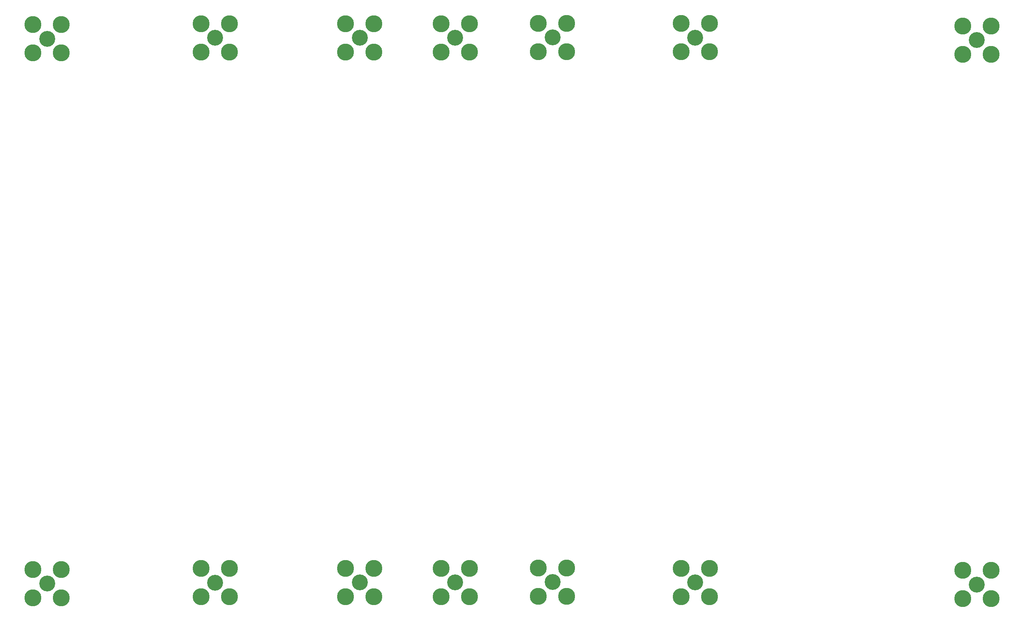
<source format=gbr>
%TF.GenerationSoftware,KiCad,Pcbnew,8.0.8*%
%TF.CreationDate,2025-01-25T18:05:09-08:00*%
%TF.ProjectId,labs_board,6c616273-5f62-46f6-9172-642e6b696361,rev?*%
%TF.SameCoordinates,Original*%
%TF.FileFunction,Soldermask,Bot*%
%TF.FilePolarity,Negative*%
%FSLAX46Y46*%
G04 Gerber Fmt 4.6, Leading zero omitted, Abs format (unit mm)*
G04 Created by KiCad (PCBNEW 8.0.8) date 2025-01-25 18:05:09*
%MOMM*%
%LPD*%
G01*
G04 APERTURE LIST*
%ADD10C,3.810000*%
%ADD11C,3.556000*%
G04 APERTURE END LIST*
D10*
%TO.C,J14*%
X243230000Y-154215000D03*
X243230000Y-147865000D03*
X236880000Y-154215000D03*
X236880000Y-147865000D03*
D11*
X240055000Y-151040000D03*
%TD*%
%TO.C,J13*%
X240055000Y-28895000D03*
D10*
X236880000Y-25720000D03*
X236880000Y-32070000D03*
X243230000Y-25720000D03*
X243230000Y-32070000D03*
%TD*%
D11*
%TO.C,J1*%
X31800000Y-28620000D03*
D10*
X34975000Y-25445000D03*
X34975000Y-31795000D03*
X28625000Y-25445000D03*
X28625000Y-31795000D03*
%TD*%
D11*
%TO.C,J2*%
X31800000Y-150820000D03*
D10*
X34975000Y-147645000D03*
X34975000Y-153995000D03*
X28625000Y-147645000D03*
X28625000Y-153995000D03*
%TD*%
D11*
%TO.C,J3*%
X69460000Y-28400000D03*
D10*
X72635000Y-25225000D03*
X72635000Y-31575000D03*
X66285000Y-25225000D03*
X66285000Y-31575000D03*
%TD*%
D11*
%TO.C,J4*%
X69460000Y-150600000D03*
D10*
X72635000Y-147425000D03*
X72635000Y-153775000D03*
X66285000Y-147425000D03*
X66285000Y-153775000D03*
%TD*%
D11*
%TO.C,J5*%
X123220000Y-28380000D03*
D10*
X126395000Y-25205000D03*
X126395000Y-31555000D03*
X120045000Y-25205000D03*
X120045000Y-31555000D03*
%TD*%
D11*
%TO.C,J6*%
X123220000Y-150580000D03*
D10*
X126395000Y-147405000D03*
X126395000Y-153755000D03*
X120045000Y-147405000D03*
X120045000Y-153755000D03*
%TD*%
D11*
%TO.C,J7*%
X145040000Y-28310000D03*
D10*
X148215000Y-25135000D03*
X148215000Y-31485000D03*
X141865000Y-25135000D03*
X141865000Y-31485000D03*
%TD*%
D11*
%TO.C,J8*%
X145040000Y-150510000D03*
D10*
X148215000Y-147335000D03*
X148215000Y-153685000D03*
X141865000Y-147335000D03*
X141865000Y-153685000D03*
%TD*%
%TO.C,J9*%
X173825000Y-31545000D03*
X173825000Y-25195000D03*
X180175000Y-31545000D03*
X180175000Y-25195000D03*
D11*
X177000000Y-28370000D03*
%TD*%
D10*
%TO.C,J10*%
X173825000Y-153745000D03*
X173825000Y-147395000D03*
X180175000Y-153745000D03*
X180175000Y-147395000D03*
D11*
X177000000Y-150570000D03*
%TD*%
%TO.C,J11*%
X101860000Y-28380000D03*
D10*
X105035000Y-25205000D03*
X105035000Y-31555000D03*
X98685000Y-25205000D03*
X98685000Y-31555000D03*
%TD*%
D11*
%TO.C,J12*%
X101860000Y-150580000D03*
D10*
X105035000Y-147405000D03*
X105035000Y-153755000D03*
X98685000Y-147405000D03*
X98685000Y-153755000D03*
%TD*%
M02*

</source>
